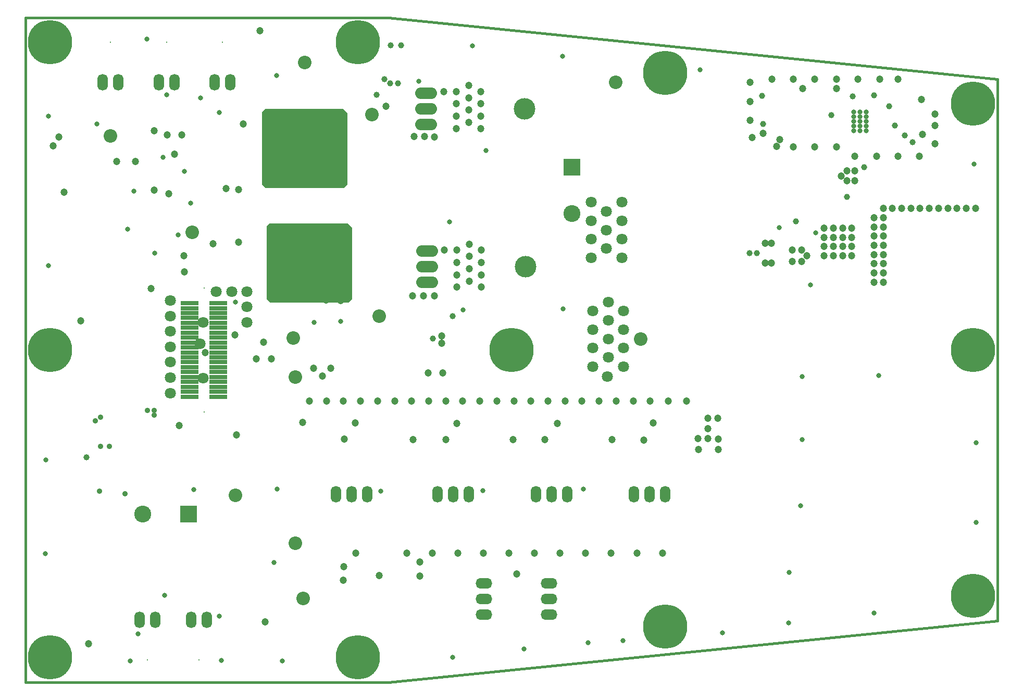
<source format=gbs>
G04 Layer_Color=16711935*
%FSLAX44Y44*%
%MOMM*%
G71*
G01*
G75*
%ADD38C,0.4000*%
%ADD98C,2.7432*%
%ADD99R,2.7432X2.7432*%
%ADD100C,2.2032*%
%ADD101C,0.2032*%
%ADD102O,1.7032X2.7032*%
%ADD103O,2.7032X1.7032*%
%ADD104C,7.2032*%
%ADD105R,2.7432X2.7432*%
%ADD106C,3.5052*%
%ADD107O,3.5560X1.8796*%
%ADD108C,0.8032*%
%ADD109C,0.9032*%
%ADD110C,1.0032*%
%ADD111C,1.2032*%
%ADD112C,1.8032*%
%ADD113R,2.9032X0.7032*%
G36*
X734000Y1006000D02*
X741000Y999000D01*
Y883000D01*
X735000Y877000D01*
X608000D01*
X602000Y883000D01*
X602000Y1001000D01*
X607000Y1006000D01*
X734000Y1006000D01*
D02*
G37*
G36*
X726000Y1192000D02*
X733000Y1185000D01*
Y1069000D01*
X727000Y1063000D01*
X600000D01*
X594000Y1069000D01*
X594000Y1187000D01*
X599000Y1192000D01*
X726000Y1192000D01*
D02*
G37*
D38*
X1790000Y360000D02*
Y1240000D01*
X800000Y1340000D02*
X1790000Y1240000D01*
X210000Y1340000D02*
X800000D01*
Y260000D02*
X1790000Y360000D01*
X210000Y260000D02*
X800000D01*
X210000D02*
Y1340000D01*
D98*
X1098000Y1022000D02*
D03*
X707000Y1147000D02*
D03*
Y1107000D02*
D03*
X667000Y1094500D02*
D03*
Y1159500D02*
D03*
X619500Y1114500D02*
D03*
Y1089500D02*
D03*
X627000Y921000D02*
D03*
Y961000D02*
D03*
X667000Y973500D02*
D03*
Y908500D02*
D03*
X714500Y953500D02*
D03*
Y978500D02*
D03*
X400000Y533000D02*
D03*
D99*
X1098000Y1097000D02*
D03*
X619500Y1164500D02*
D03*
X714500Y903500D02*
D03*
D100*
X648500Y756250D02*
D03*
X645000Y819000D02*
D03*
X481000Y991000D02*
D03*
X692000Y1172000D02*
D03*
Y1082000D02*
D03*
X652000Y1142000D02*
D03*
X682000D02*
D03*
Y1112000D02*
D03*
X652000D02*
D03*
X642000Y896000D02*
D03*
Y986000D02*
D03*
X682000Y926000D02*
D03*
X652000D02*
D03*
Y956000D02*
D03*
X682000D02*
D03*
X551000Y564000D02*
D03*
X648500Y485750D02*
D03*
X1169000Y1235000D02*
D03*
X772500Y1182500D02*
D03*
X1210000Y818000D02*
D03*
X664000Y1267000D02*
D03*
X785000Y855000D02*
D03*
X347500Y1148250D02*
D03*
X661250Y396250D02*
D03*
D101*
X530000Y1300000D02*
D03*
X492000Y296000D02*
D03*
X439500Y1300000D02*
D03*
X408000Y296000D02*
D03*
X348000Y1300000D02*
D03*
X500000Y699000D02*
D03*
Y901000D02*
D03*
D102*
X517300Y1235000D02*
D03*
X542700D02*
D03*
X504700Y361000D02*
D03*
X479300D02*
D03*
X426800Y1235000D02*
D03*
X452200D02*
D03*
X420700Y361000D02*
D03*
X395300D02*
D03*
X1199200Y565000D02*
D03*
X1250000D02*
D03*
X1224600D02*
D03*
X1039200D02*
D03*
X1090000D02*
D03*
X1064600D02*
D03*
X879200D02*
D03*
X930000D02*
D03*
X904600D02*
D03*
X714200D02*
D03*
X765000D02*
D03*
X739600D02*
D03*
X335300Y1235000D02*
D03*
X360700D02*
D03*
D103*
X1061000Y420400D02*
D03*
Y369600D02*
D03*
Y395000D02*
D03*
X955000Y420800D02*
D03*
Y370000D02*
D03*
Y395400D02*
D03*
D104*
X1000000Y800000D02*
D03*
X250000D02*
D03*
Y300000D02*
D03*
X750000D02*
D03*
X1250000Y350000D02*
D03*
X1750000Y400000D02*
D03*
Y800000D02*
D03*
Y1200000D02*
D03*
X1250000Y1250000D02*
D03*
X750000Y1300000D02*
D03*
X250000D02*
D03*
D105*
X475000Y533000D02*
D03*
D106*
X1021260Y1192250D02*
D03*
X1022510Y935500D02*
D03*
D107*
X861000Y1166850D02*
D03*
Y1192250D02*
D03*
Y1217650D02*
D03*
X862250Y910100D02*
D03*
Y935500D02*
D03*
Y960900D02*
D03*
D108*
X1566000Y1171650D02*
D03*
Y1179150D02*
D03*
Y1186650D02*
D03*
X1576000D02*
D03*
Y1179150D02*
D03*
Y1171650D02*
D03*
Y1164150D02*
D03*
Y1156650D02*
D03*
X1566000D02*
D03*
Y1164150D02*
D03*
X1556000Y1156650D02*
D03*
Y1164150D02*
D03*
Y1171650D02*
D03*
Y1179150D02*
D03*
Y1186650D02*
D03*
X1486000Y906000D02*
D03*
X1494000Y990000D02*
D03*
X1435000Y999000D02*
D03*
X393000Y338000D02*
D03*
X525000Y367000D02*
D03*
X433000Y1113000D02*
D03*
X468000Y1090000D02*
D03*
X420000Y957000D02*
D03*
X326000Y1167000D02*
D03*
X386000Y1058000D02*
D03*
X439000Y1215000D02*
D03*
X618000Y1246000D02*
D03*
X525000Y1186000D02*
D03*
X849000Y1237000D02*
D03*
X722000Y846000D02*
D03*
X679000Y845000D02*
D03*
X551000Y878000D02*
D03*
X458000Y987000D02*
D03*
X494000Y1210000D02*
D03*
X478000Y1039000D02*
D03*
X1306000Y1255000D02*
D03*
X1752000Y1102000D02*
D03*
X1084000Y867000D02*
D03*
X614000Y454000D02*
D03*
X376000Y996000D02*
D03*
X247000Y1180000D02*
D03*
Y937000D02*
D03*
X407000Y1305000D02*
D03*
X936000Y1294000D02*
D03*
X1083000Y1277000D02*
D03*
X899000Y1008000D02*
D03*
X958000Y1124000D02*
D03*
X921000Y865000D02*
D03*
X1117000Y574000D02*
D03*
X953000Y571000D02*
D03*
X787000Y570000D02*
D03*
X619000Y574000D02*
D03*
X483000Y573000D02*
D03*
X436000Y401000D02*
D03*
X243000Y621000D02*
D03*
X242000Y469000D02*
D03*
X380000Y294000D02*
D03*
X528000Y295000D02*
D03*
X627000Y294000D02*
D03*
X904000Y300000D02*
D03*
X1020000Y314000D02*
D03*
X1124000Y324000D02*
D03*
X1181000Y327000D02*
D03*
X1343000Y340000D02*
D03*
X1755000Y649000D02*
D03*
Y520000D02*
D03*
X1589000Y372000D02*
D03*
X1450000Y356000D02*
D03*
X1451000Y438000D02*
D03*
X1470000Y547000D02*
D03*
X1472000Y654000D02*
D03*
X1597000Y758000D02*
D03*
X1472000Y757000D02*
D03*
D109*
X419000Y694000D02*
D03*
Y702000D02*
D03*
X332000Y643000D02*
D03*
X371250Y566250D02*
D03*
X330000Y570000D02*
D03*
X346000Y643000D02*
D03*
X323250Y684750D02*
D03*
X332000Y691000D02*
D03*
X407750Y702000D02*
D03*
D110*
X1614000Y1196000D02*
D03*
X1573000Y1097000D02*
D03*
X1462000Y1009000D02*
D03*
X793250Y1240000D02*
D03*
X780250Y1215000D02*
D03*
X802500Y1233500D02*
D03*
X803500Y1295250D02*
D03*
X820750D02*
D03*
X872250Y818500D02*
D03*
X309250Y625750D02*
D03*
X1554000Y1212000D02*
D03*
X1623000Y1165000D02*
D03*
X1399000Y957500D02*
D03*
X1387000D02*
D03*
X1589000Y1214000D02*
D03*
X1519558Y1181442D02*
D03*
X1407000Y1213000D02*
D03*
X904000Y855250D02*
D03*
X815500Y1233000D02*
D03*
X1639000Y1149000D02*
D03*
X1408516Y1167362D02*
D03*
X1545250Y1048500D02*
D03*
X1652000Y1138000D02*
D03*
D111*
X264000Y1146000D02*
D03*
X255000Y1132000D02*
D03*
X536000Y1062000D02*
D03*
X1456000Y962000D02*
D03*
X1471000D02*
D03*
X1412000Y941000D02*
D03*
X1480000Y953000D02*
D03*
X1456000Y944000D02*
D03*
X1558000Y1075000D02*
D03*
Y1091000D02*
D03*
Y1115000D02*
D03*
X1593000D02*
D03*
X413750Y899750D02*
D03*
X300000Y847000D02*
D03*
X418750Y1060000D02*
D03*
X272750Y1056250D02*
D03*
X358250Y1106500D02*
D03*
X388250D02*
D03*
X418750Y1156250D02*
D03*
X459250Y677250D02*
D03*
X502250Y796000D02*
D03*
X585000Y785750D02*
D03*
X609500D02*
D03*
X705750Y770250D02*
D03*
X692750Y757500D02*
D03*
X678500Y770250D02*
D03*
X597000Y812250D02*
D03*
X886250Y810750D02*
D03*
X886250Y823000D02*
D03*
X888250Y762500D02*
D03*
X864000D02*
D03*
X552750Y661750D02*
D03*
X599750Y357750D02*
D03*
X591250Y1319000D02*
D03*
X563500Y1167500D02*
D03*
X796000Y1196000D02*
D03*
X1391000Y1145000D02*
D03*
X1493000Y1130000D02*
D03*
X1545000Y1091000D02*
D03*
Y1075000D02*
D03*
X1536000Y1083000D02*
D03*
X671250Y716750D02*
D03*
X746000Y681000D02*
D03*
X911000Y680250D02*
D03*
X1074750Y680500D02*
D03*
X1229750Y681250D02*
D03*
X660000Y682000D02*
D03*
X840000Y654500D02*
D03*
X1002750D02*
D03*
X1163250D02*
D03*
X1054250Y654000D02*
D03*
X1214750Y653500D02*
D03*
X893250Y654500D02*
D03*
X728250Y655250D02*
D03*
X698950Y716750D02*
D03*
X726650D02*
D03*
X754350D02*
D03*
X837450D02*
D03*
X865150D02*
D03*
X892850D02*
D03*
X920550D02*
D03*
X1003650D02*
D03*
X1031350D02*
D03*
X1059050D02*
D03*
X1086750D02*
D03*
X1169850D02*
D03*
X1197550D02*
D03*
X1225250D02*
D03*
X782050D02*
D03*
X809750D02*
D03*
X948250D02*
D03*
X975950D02*
D03*
X1114450D02*
D03*
X1142150D02*
D03*
X726000Y425750D02*
D03*
X727250Y448000D02*
D03*
X746750Y469500D02*
D03*
X784500Y433000D02*
D03*
X829788Y469500D02*
D03*
X871308D02*
D03*
X912827D02*
D03*
X954346D02*
D03*
X995865D02*
D03*
X1037384D02*
D03*
X1078904D02*
D03*
X1120423D02*
D03*
X1161942D02*
D03*
X1203461D02*
D03*
X1244981D02*
D03*
X1008000Y436000D02*
D03*
X851000Y455000D02*
D03*
X850750Y432750D02*
D03*
X312000Y322500D02*
D03*
X874750Y1146500D02*
D03*
X858250Y1147000D02*
D03*
X841750Y1147250D02*
D03*
X721750Y923000D02*
D03*
X699250D02*
D03*
X690750Y901500D02*
D03*
X698500Y880750D02*
D03*
X722500Y880250D02*
D03*
X874500Y888000D02*
D03*
X856500D02*
D03*
X839000Y887750D02*
D03*
X890000Y1220000D02*
D03*
X910000D02*
D03*
Y1200000D02*
D03*
Y1180000D02*
D03*
Y1160000D02*
D03*
X930000Y1210000D02*
D03*
Y1190000D02*
D03*
Y1170000D02*
D03*
X950000Y1220000D02*
D03*
Y1200000D02*
D03*
Y1180000D02*
D03*
Y1160000D02*
D03*
X930000Y1230000D02*
D03*
X931000Y972000D02*
D03*
X951000Y902000D02*
D03*
Y922000D02*
D03*
Y942000D02*
D03*
Y962000D02*
D03*
X931000Y912000D02*
D03*
Y932000D02*
D03*
Y952000D02*
D03*
X911000Y902000D02*
D03*
Y922000D02*
D03*
Y942000D02*
D03*
Y962000D02*
D03*
X891000D02*
D03*
X1304000Y638000D02*
D03*
X1303000Y656000D02*
D03*
X1336000Y638000D02*
D03*
Y655000D02*
D03*
X1335000Y689000D02*
D03*
X1319000D02*
D03*
Y672000D02*
D03*
Y656000D02*
D03*
X1255000Y717000D02*
D03*
X1284000D02*
D03*
X1412250Y973500D02*
D03*
X1422250D02*
D03*
X1422000Y941250D02*
D03*
X1508000Y953000D02*
D03*
X1523000D02*
D03*
Y968000D02*
D03*
X1538000Y983000D02*
D03*
Y968000D02*
D03*
Y953000D02*
D03*
X1553000D02*
D03*
Y968000D02*
D03*
Y983000D02*
D03*
Y998000D02*
D03*
X1589000Y910000D02*
D03*
Y925000D02*
D03*
Y940000D02*
D03*
Y955000D02*
D03*
Y970000D02*
D03*
Y985000D02*
D03*
X1634000Y1030000D02*
D03*
X1649000D02*
D03*
X1664000D02*
D03*
X1679000D02*
D03*
X1694000D02*
D03*
X1709000D02*
D03*
X1724000D02*
D03*
X1739000D02*
D03*
X1754000D02*
D03*
X1604000Y1000000D02*
D03*
Y985000D02*
D03*
Y970000D02*
D03*
Y955000D02*
D03*
Y940000D02*
D03*
Y925000D02*
D03*
Y910000D02*
D03*
X1409000Y1152000D02*
D03*
X1388000Y1173000D02*
D03*
Y1204000D02*
D03*
Y1235000D02*
D03*
X1431000Y1131000D02*
D03*
X1458000Y1130000D02*
D03*
X1528000D02*
D03*
X1663000Y1115000D02*
D03*
X1688000Y1135000D02*
D03*
Y1165000D02*
D03*
Y1183000D02*
D03*
X1666000Y1207000D02*
D03*
X1628000Y1240000D02*
D03*
X1598000D02*
D03*
X1563000D02*
D03*
X1528000D02*
D03*
X1493000D02*
D03*
X1458000D02*
D03*
X1423000D02*
D03*
X1668000Y1150000D02*
D03*
X1473000Y1225000D02*
D03*
X1528000D02*
D03*
X1589000Y1000000D02*
D03*
X1538000Y998000D02*
D03*
X1523000Y983000D02*
D03*
X1604000Y1030000D02*
D03*
Y1015000D02*
D03*
X1628000Y1115000D02*
D03*
X1508000Y968000D02*
D03*
Y983000D02*
D03*
X1523000Y998000D02*
D03*
X1508000D02*
D03*
X1619000Y1030000D02*
D03*
X1589000Y1015000D02*
D03*
X1471000Y944000D02*
D03*
X1436000Y1142326D02*
D03*
X452250Y1118500D02*
D03*
X440000Y1149500D02*
D03*
X464000D02*
D03*
X442750Y1054000D02*
D03*
X556500Y1060750D02*
D03*
X556250Y975250D02*
D03*
X514500Y972250D02*
D03*
X467500Y953500D02*
D03*
X468000Y927250D02*
D03*
X550250Y824000D02*
D03*
D112*
X1129000Y1040000D02*
D03*
Y1010000D02*
D03*
Y980000D02*
D03*
Y950000D02*
D03*
X1154000Y1025000D02*
D03*
Y995000D02*
D03*
Y965000D02*
D03*
X1179000Y1040000D02*
D03*
Y1010000D02*
D03*
Y980000D02*
D03*
Y950000D02*
D03*
X1156000Y757000D02*
D03*
X1132000Y863000D02*
D03*
Y833000D02*
D03*
Y803000D02*
D03*
Y773000D02*
D03*
X1157000Y878000D02*
D03*
Y848000D02*
D03*
Y818000D02*
D03*
Y788000D02*
D03*
X1182000Y773000D02*
D03*
Y803000D02*
D03*
Y833000D02*
D03*
Y863000D02*
D03*
X445000Y880000D02*
D03*
Y855000D02*
D03*
Y830000D02*
D03*
Y805000D02*
D03*
Y780000D02*
D03*
Y755000D02*
D03*
Y730000D02*
D03*
X570000Y845000D02*
D03*
Y870000D02*
D03*
Y895000D02*
D03*
X545000D02*
D03*
X520000D02*
D03*
X498250Y753750D02*
D03*
Y844500D02*
D03*
X493500Y809750D02*
D03*
D113*
X477000Y876000D02*
D03*
X523000D02*
D03*
Y868000D02*
D03*
X477000D02*
D03*
X523000Y860000D02*
D03*
X477000D02*
D03*
X523000Y852000D02*
D03*
X477000D02*
D03*
X523000Y844000D02*
D03*
X477000D02*
D03*
X523000Y836000D02*
D03*
X477000D02*
D03*
X523000Y828000D02*
D03*
X477000D02*
D03*
X523000Y820000D02*
D03*
X477000D02*
D03*
X523000Y812000D02*
D03*
X477000D02*
D03*
X523000Y804000D02*
D03*
X477000D02*
D03*
X523000Y796000D02*
D03*
X477000D02*
D03*
X523000Y788000D02*
D03*
X477000D02*
D03*
X523000Y780000D02*
D03*
X477000D02*
D03*
X523000Y772000D02*
D03*
X477000D02*
D03*
X523000Y764000D02*
D03*
X477000D02*
D03*
X523000Y756000D02*
D03*
X477000D02*
D03*
X523000Y748000D02*
D03*
X477000D02*
D03*
X523000Y740000D02*
D03*
X477000D02*
D03*
X523000Y732000D02*
D03*
X477000D02*
D03*
X523000Y724000D02*
D03*
X477000D02*
D03*
M02*

</source>
